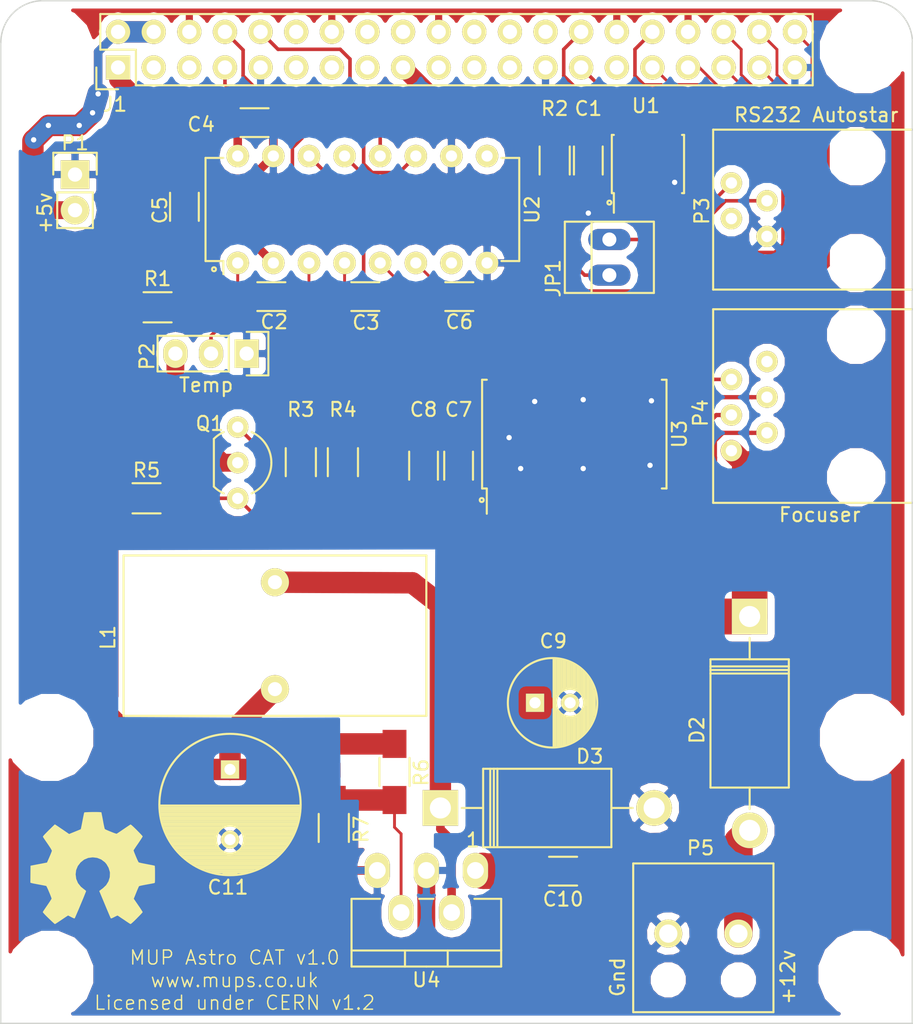
<source format=kicad_pcb>
(kicad_pcb (version 4) (host pcbnew 4.0.2+dfsg1-2~bpo8+1-stable)
  (title_block (title "MUP Astro Hat") (company www.mups.co.uk) (comment 3 "stepper motor control for a 12V unipolar focuser.") (comment 4 "RS232 serial control of an #497 Autostar and"))
  (layers (0 F.Cu signal hide) (31 B.Cu jumper hide) (36 B.SilkS user) (37 F.SilkS user) (38 B.Mask user) (39 F.Mask user hide) (44 Edge.Cuts user))
  (net 0 "")
  (net 1 GND)
  (net 2 +3V3)
  (net 3 "Net-(C2-Pad1)")
  (net 4 "Net-(C2-Pad2)")
  (net 5 "Net-(C3-Pad1)")
  (net 6 "Net-(C3-Pad2)")
  (net 7 "Net-(C5-Pad2)")
  (net 8 "Net-(C6-Pad2)")
  (net 9 +12V)
  (net 10 +5V)
  (net 11 "Net-(D2-Pad2)")
  (net 12 "Net-(D3-Pad1)")
  (net 13 "Net-(J1-Pad3)")
  (net 14 "Net-(J1-Pad5)")
  (net 15 /PI_TX)
  (net 16 /PI_RX)
  (net 17 "Net-(J1-Pad11)")
  (net 18 "Net-(J1-Pad12)")
  (net 19 /~ENABLE)
  (net 20 /SM0)
  (net 21 /SM1)
  (net 22 /DIR)
  (net 23 "Net-(J1-Pad19)")
  (net 24 "Net-(J1-Pad21)")
  (net 25 /STEP)
  (net 26 "Net-(J1-Pad23)")
  (net 27 "Net-(J1-Pad24)")
  (net 28 "Net-(J1-Pad26)")
  (net 29 "Net-(J1-Pad27)")
  (net 30 "Net-(J1-Pad28)")
  (net 31 /1-wire-bus)
  (net 32 /RESET)
  (net 33 /~HOME)
  (net 34 /~FAULT)
  (net 35 "Net-(JP1-Pad1)")
  (net 36 "Net-(JP1-Pad2)")
  (net 37 /Rx)
  (net 38 /Tx)
  (net 39 /OUT3)
  (net 40 /OUT1)
  (net 41 /OUT2)
  (net 42 /OUT4)
  (net 43 "Net-(U1-Pad1)")
  (net 44 "Net-(U1-Pad2)")
  (net 45 "Net-(U1-Pad3)")
  (net 46 "Net-(U2-Pad7)")
  (net 47 "Net-(U2-Pad9)")
  (net 48 "Net-(J1-Pad13)")
  (net 49 "Net-(J1-Pad15)")
  (net 50 "Net-(J1-Pad16)")
  (net 51 "Net-(J1-Pad18)")
  (net 52 "Net-(J1-Pad22)")
  (net 53 "Net-(J1-Pad29)")
  (net 54 "Net-(P3-Pad2)")
  (net 55 "Net-(R6-Pad2)")
  (net 56 "Net-(Q1-Pad3)")
  (module LOGO (layer F.Cu) (at 124.66 116.93)
    (fp_text reference G*** hide)
    (fp_text value LOGO hide)
  )
  (module RPi_Hat:RPi_Hat_Mounting_Hole (layer F.Cu) (at 179.5 123.49)
    (fp_text reference "" hide)
    (fp_text value "" hide)
    (pad "" np_thru_hole circle (at 0 1.01) (size 2.75 2.75) (drill 2.75) (layers *.Cu *.Mask) (clearance 1.725))
  )
  (module RPi_Hat:RPi_Hat_Mounting_Hole (layer F.Cu) (at 121.61 123.49)
    (fp_text reference "" hide)
    (fp_text value "" hide)
    (pad "" np_thru_hole circle (at 0 1.01) (size 2.75 2.75) (drill 2.75) (layers *.Cu *.Mask) (clearance 1.725))
  )
  (module Housings_DIP:DIP-16_W7.62mm (layer F.Cu) (at 135 73.8 90)
    (fp_text reference U2 (at 3.8 21 90) (layer F.SilkS))
    (fp_text value ST3232)
    (pad 1 thru_hole oval (at 0 0 90) (size 1.6 1.6) (drill 0.8) (layers *.Cu *.Mask F.SilkS) (net 3 "Net-(C2-Pad1)"))
    (pad 2 thru_hole oval (at 0 2.54 90) (size 1.6 1.6) (drill 0.8) (layers *.Cu *.Mask F.SilkS) (net 7 "Net-(C5-Pad2)"))
    (pad 3 thru_hole oval (at 0 5.08 90) (size 1.6 1.6) (drill 0.8) (layers *.Cu *.Mask F.SilkS) (net 4 "Net-(C2-Pad2)"))
    (pad 4 thru_hole oval (at 0 7.62 90) (size 1.6 1.6) (drill 0.8) (layers *.Cu *.Mask F.SilkS) (net 5 "Net-(C3-Pad1)"))
    (pad 5 thru_hole oval (at 0 10.16 90) (size 1.6 1.6) (drill 0.8) (layers *.Cu *.Mask F.SilkS) (net 6 "Net-(C3-Pad2)"))
    (pad 6 thru_hole oval (at 0 12.7 90) (size 1.6 1.6) (drill 0.8) (layers *.Cu *.Mask F.SilkS) (net 8 "Net-(C6-Pad2)"))
    (pad 7 thru_hole oval (at 0 15.24 90) (size 1.6 1.6) (drill 0.8) (layers *.Cu *.Mask F.SilkS) (net 46 "Net-(U2-Pad7)"))
    (pad 8 thru_hole oval (at 0 17.78 90) (size 1.6 1.6) (drill 0.8) (layers *.Cu *.Mask F.SilkS) (net 1 GND))
    (pad 9 thru_hole oval (at 7.62 17.78 90) (size 1.6 1.6) (drill 0.8) (layers *.Cu *.Mask F.SilkS) (net 47 "Net-(U2-Pad9)"))
    (pad 10 thru_hole oval (at 7.62 15.24 90) (size 1.6 1.6) (drill 0.8) (layers *.Cu *.Mask F.SilkS) (net 1 GND))
    (pad 11 thru_hole oval (at 7.62 12.7 90) (size 1.6 1.6) (drill 0.8) (layers *.Cu *.Mask F.SilkS) (net 15 /PI_TX))
    (pad 12 thru_hole oval (at 7.62 10.16 90) (size 1.6 1.6) (drill 0.8) (layers *.Cu *.Mask F.SilkS) (net 16 /PI_RX))
    (pad 13 thru_hole oval (at 7.62 7.62 90) (size 1.6 1.6) (drill 0.8) (layers *.Cu *.Mask F.SilkS) (net 37 /Rx))
    (pad 14 thru_hole oval (at 7.62 5.08 90) (size 1.6 1.6) (drill 0.8) (layers *.Cu *.Mask F.SilkS) (net 38 /Tx))
    (pad 15 thru_hole oval (at 7.62 2.54 90) (size 1.6 1.6) (drill 0.8) (layers *.Cu *.Mask F.SilkS) (net 1 GND))
    (pad 16 thru_hole oval (at 7.62 0 90) (size 1.6 1.6) (drill 0.8) (layers *.Cu *.Mask F.SilkS) (net 2 +3V3))
  )
  (module Capacitors_SMD:C_1206_HandSoldering (layer F.Cu) (at 150.75 88.25 90)
    (fp_text reference C7 (at 4 0 180) (layer F.SilkS))
    (fp_text value 0.1uF)
    (pad 1 smd rect (at -2 0 90) (size 2 1.6) (layers F.Cu F.Mask) (net 9 +12V))
    (pad 2 smd rect (at 2 0 90) (size 2 1.6) (layers F.Cu F.Mask) (net 1 GND))
  )
  (module Housings_SOIC:SOIC-20_7.5x12.8mm_Pitch1.27mm (layer F.Cu) (at 159 86 90)
    (fp_text reference U3 (at 0 7.5 90) (layer F.SilkS))
    (fp_text value DRV8805)
    (pad 1 smd rect (at -4.7 -5.715 90) (size 1.95 0.6) (layers F.Cu F.Mask) (net 9 +12V))
    (pad 2 smd rect (at -4.7 -4.445 90) (size 1.95 0.6) (layers F.Cu F.Mask) (net 9 +12V))
    (pad 3 smd rect (at -4.7 -3.175 90) (size 1.95 0.6) (layers F.Cu F.Mask) (net 40 /OUT1))
    (pad 4 smd rect (at -4.7 -1.905 90) (size 1.95 0.6) (layers F.Cu F.Mask) (net 41 /OUT2))
    (pad 5 smd rect (at -4.7 -0.635 90) (size 1.95 0.6) (layers F.Cu F.Mask) (net 1 GND))
    (pad 6 smd rect (at -4.7 0.635 90) (size 1.95 0.6) (layers F.Cu F.Mask) (net 1 GND))
    (pad 7 smd rect (at -4.7 1.905 90) (size 1.95 0.6) (layers F.Cu F.Mask) (net 1 GND))
    (pad 8 smd rect (at -4.7 3.175 90) (size 1.95 0.6) (layers F.Cu F.Mask) (net 39 /OUT3))
    (pad 9 smd rect (at -4.7 4.445 90) (size 1.95 0.6) (layers F.Cu F.Mask) (net 42 /OUT4))
    (pad 10 smd rect (at -4.7 5.715 90) (size 1.95 0.6) (layers F.Cu F.Mask) (net 19 /~ENABLE))
    (pad 11 smd rect (at 4.7 5.715 90) (size 1.95 0.6) (layers F.Cu F.Mask) (net 32 /RESET))
    (pad 12 smd rect (at 4.7 4.445 90) (size 1.95 0.6) (layers F.Cu F.Mask) (net 21 /SM1))
    (pad 13 smd rect (at 4.7 3.175 90) (size 1.95 0.6) (layers F.Cu F.Mask) (net 20 /SM0))
    (pad 14 smd rect (at 4.7 1.905 90) (size 1.95 0.6) (layers F.Cu F.Mask) (net 1 GND))
    (pad 15 smd rect (at 4.7 0.635 90) (size 1.95 0.6) (layers F.Cu F.Mask) (net 1 GND))
    (pad 16 smd rect (at 4.7 -0.635 90) (size 1.95 0.6) (layers F.Cu F.Mask) (net 1 GND))
    (pad 17 smd rect (at 4.7 -1.905 90) (size 1.95 0.6) (layers F.Cu F.Mask) (net 22 /DIR))
    (pad 18 smd rect (at 4.7 -3.175 90) (size 1.95 0.6) (layers F.Cu F.Mask) (net 25 /STEP))
    (pad 19 smd rect (at 4.7 -4.445 90) (size 1.95 0.6) (layers F.Cu F.Mask) (net 56 "Net-(Q1-Pad3)"))
    (pad 20 smd rect (at 4.7 -5.715 90) (size 1.95 0.6) (layers F.Cu F.Mask) (net 34 /~FAULT))
  )
  (module Capacitors_SMD:C_1206_HandSoldering (layer F.Cu) (at 160 66.5 90)
    (fp_text reference C1 (at 3.7 0 180) (layer F.SilkS))
    (fp_text value 0.1uF)
    (pad 1 smd rect (at -2 0 90) (size 2 1.6) (layers F.Cu F.Mask) (net 1 GND))
    (pad 2 smd rect (at 2 0 90) (size 2 1.6) (layers F.Cu F.Mask) (net 2 +3V3))
  )
  (module Capacitors_ThroughHole:C_Radial_D10_L16_P5 (layer F.Cu) (at 134.45 109.9 270)
    (fp_text reference C11 (at 8.4 0.15 360) (layer F.SilkS))
    (fp_text value 1000uF)
    (pad 1 thru_hole rect (at 0 0 270) (size 1.3 1.3) (drill 0.8) (layers *.Cu *.Mask F.SilkS) (net 10 +5V))
    (pad 2 thru_hole circle (at 5 0 270) (size 1.3 1.3) (drill 0.8) (layers *.Cu *.Mask F.SilkS) (net 1 GND))
  )
  (module Capacitors_ThroughHole:C_Radial_D6.3_L11.2_P2.5 (layer F.Cu) (at 156.2 105.15)
    (fp_text reference C9 (at 1.3 -4.4 180) (layer F.SilkS))
    (fp_text value 100uF)
    (pad 2 thru_hole circle (at 2.5 0) (size 1.3 1.3) (drill 0.8) (layers *.Cu *.Mask F.SilkS) (net 1 GND))
    (pad 1 thru_hole rect (at 0 0) (size 1.3 1.3) (drill 0.8) (layers *.Cu *.Mask F.SilkS) (net 9 +12V))
  )
  (module TO_SOT_Packages_THT:Pentawatt_Neutral_Staggered_Verical_TO220-5-T05D (layer F.Cu) (at 148.45 120.9 180)
    (fp_text reference U4 (at 0 -4 180) (layer F.SilkS))
    (fp_text value LM2576)
    (fp_text user 1 (at -3.315 5.965 180) (layer F.SilkS))
    (pad 3 thru_hole oval (at 0 3.79984 270) (size 2.49936 1.80086) (drill 1.19888) (layers *.Cu *.Mask F.SilkS) (net 1 GND))
    (pad 1 thru_hole oval (at -3.50012 3.79984 270) (size 2.49936 1.80086) (drill 1.19888) (layers *.Cu *.Mask F.SilkS) (net 9 +12V))
    (pad 5 thru_hole oval (at 3.50012 3.79984 270) (size 2.49936 1.80086) (drill 1.19888) (layers *.Cu *.Mask F.SilkS) (net 1 GND))
    (pad 4 thru_hole oval (at 1.80086 0.8001 270) (size 2.49936 1.80086) (drill 1.19888) (layers *.Cu *.Mask F.SilkS) (net 55 "Net-(R6-Pad2)"))
    (pad 2 thru_hole oval (at -1.80086 0.8001 270) (size 2.49936 1.80086) (drill 1.19888) (layers *.Cu *.Mask F.SilkS) (net 12 "Net-(D3-Pad1)"))
  )
  (module RPi_Hat:RPi_Hat_Mounting_Hole (layer F.Cu) (at 179.61 107.61)
    (fp_text reference "" hide)
    (fp_text value "" hide)
    (pad "" np_thru_hole circle (at 0 0) (size 2.75 2.75) (drill 2.75) (layers *.Cu *.Mask) (clearance 1.725))
  )
  (module RPi_Hat:RPi_Hat_Mounting_Hole (layer F.Cu) (at 179.61 58.61)
    (fp_text reference "" hide)
    (fp_text value "" hide)
    (pad "" np_thru_hole circle (at 0 0) (size 2.75 2.75) (drill 2.75) (layers *.Cu *.Mask) (clearance 1.725))
  )
  (module RPi_Hat:RPi_Hat_Mounting_Hole (layer F.Cu) (at 121.61 106.61)
    (fp_text reference "" hide)
    (fp_text value "" hide)
    (pad "" np_thru_hole circle (at 0 1.01) (size 2.75 2.75) (drill 2.75) (layers *.Cu *.Mask) (clearance 1.725))
  )
  (module RPi_Hat:RPi_Hat_Mounting_Hole (layer F.Cu) (at 121.61 58.61)
    (fp_text reference "" hide)
    (fp_text value "" hide)
    (pad "" np_thru_hole circle (at 0 0) (size 2.75 2.75) (drill 2.75) (layers *.Cu *.Mask) (clearance 1.725))
  )
  (module Capacitors_SMD:C_1206_HandSoldering (layer F.Cu) (at 137.4 76.2)
    (fp_text reference C2 (at 0.2 1.8) (layer F.SilkS))
    (fp_text value 0.1uF)
    (pad 1 smd rect (at -2 0) (size 2 1.6) (layers F.Cu F.Mask) (net 3 "Net-(C2-Pad1)"))
    (pad 2 smd rect (at 2 0) (size 2 1.6) (layers F.Cu F.Mask) (net 4 "Net-(C2-Pad2)"))
  )
  (module Capacitors_SMD:C_1206_HandSoldering (layer F.Cu) (at 144.1 76.2)
    (fp_text reference C3 (at 0.05 1.85) (layer F.SilkS))
    (fp_text value 0.1uF)
    (pad 1 smd rect (at -2 0) (size 2 1.6) (layers F.Cu F.Mask) (net 5 "Net-(C3-Pad1)"))
    (pad 2 smd rect (at 2 0) (size 2 1.6) (layers F.Cu F.Mask) (net 6 "Net-(C3-Pad2)"))
  )
  (module Capacitors_SMD:C_1206_HandSoldering (layer F.Cu) (at 136.2 63.8 180)
    (fp_text reference C4 (at 3.81 -0.127 360) (layer F.SilkS))
    (fp_text value 0.1uF)
    (pad 1 smd rect (at -2 0 180) (size 2 1.6) (layers F.Cu F.Mask) (net 1 GND))
    (pad 2 smd rect (at 2 0 180) (size 2 1.6) (layers F.Cu F.Mask) (net 2 +3V3))
  )
  (module Capacitors_SMD:C_1206_HandSoldering (layer F.Cu) (at 131.2 69.8 270)
    (fp_text reference C5 (at 0.25 1.75 450) (layer F.SilkS))
    (fp_text value 0.1uF)
    (pad 1 smd rect (at -2 0 270) (size 2 1.6) (layers F.Cu F.Mask) (net 1 GND))
    (pad 2 smd rect (at 2 0 270) (size 2 1.6) (layers F.Cu F.Mask) (net 7 "Net-(C5-Pad2)"))
  )
  (module Capacitors_SMD:C_1206_HandSoldering (layer F.Cu) (at 150.8 76.2 180)
    (fp_text reference C6 (at 0 -1.8 180) (layer F.SilkS))
    (fp_text value 0.1uF)
    (pad 1 smd rect (at -2 0 180) (size 2 1.6) (layers F.Cu F.Mask) (net 1 GND))
    (pad 2 smd rect (at 2 0 180) (size 2 1.6) (layers F.Cu F.Mask) (net 8 "Net-(C6-Pad2)"))
  )
  (module Capacitors_SMD:C_1206_HandSoldering (layer F.Cu) (at 148.25 88.25 90)
    (fp_text reference C8 (at 4 0 180) (layer F.SilkS))
    (fp_text value 100uF)
    (pad 1 smd rect (at -2 0 90) (size 2 1.6) (layers F.Cu F.Mask) (net 9 +12V))
    (pad 2 smd rect (at 2 0 90) (size 2 1.6) (layers F.Cu F.Mask) (net 1 GND))
  )
  (module Connect:PINHEAD1-2 (layer F.Cu) (at 161.5 73.4 90)
    (fp_text reference JP1 (at -1.5 -4 270) (layer F.SilkS))
    (fp_text value Jumper_NO_Small)
    (pad 1 thru_hole oval (at -1.27 0 90) (size 1.50622 3.01498) (drill 0.99822) (layers *.Cu *.Mask) (net 35 "Net-(JP1-Pad1)"))
    (pad 2 thru_hole oval (at 1.27 0 90) (size 1.50622 3.01498) (drill 0.99822) (layers *.Cu *.Mask) (net 36 "Net-(JP1-Pad2)"))
  )
  (module mups_assorted:Choke_Toroid_8x16mm_Vertical (layer F.Cu) (at 148.45 94.65 180)
    (fp_text reference L1 (at 22.7 -5.85 270) (layer F.SilkS))
    (fp_text value 100uH)
    (pad 1 thru_hole circle (at 10.795 -1.905 180) (size 1.99898 1.99898) (drill 1.00076) (layers *.Cu *.Mask F.SilkS) (net 12 "Net-(D3-Pad1)"))
    (pad 2 thru_hole circle (at 10.795 -9.525 180) (size 1.99898 1.99898) (drill 1.00076) (layers *.Cu *.Mask F.SilkS) (net 10 +5V))
  )
  (module Pin_Headers:Pin_Header_Straight_1x02 (layer F.Cu) (at 123.4 67.5)
    (fp_text reference P1 (at 0 -2.25) (layer F.SilkS))
    (fp_text value "5V Reticle")
    (pad 1 thru_hole rect (at 0 0) (size 2.032 2.032) (drill 1.016) (layers *.Cu *.Mask F.SilkS) (net 1 GND))
    (pad 2 thru_hole oval (at 0 2.54) (size 2.032 2.032) (drill 1.016) (layers *.Cu *.Mask F.SilkS) (net 10 +5V))
  )
  (module Pin_Headers:Pin_Header_Straight_1x03 (layer F.Cu) (at 135.636 80.264 270)
    (fp_text reference P2 (at 0.2 7.1 270) (layer F.SilkS))
    (fp_text value DS18B20)
    (pad 1 thru_hole rect (at 0 0 270) (size 2.032 1.7272) (drill 1.016) (layers *.Cu *.Mask F.SilkS) (net 1 GND))
    (pad 2 thru_hole oval (at 0 2.54 270) (size 2.032 1.7272) (drill 1.016) (layers *.Cu *.Mask F.SilkS) (net 31 /1-wire-bus))
    (pad 3 thru_hole oval (at 0 5.08 270) (size 2.032 1.7272) (drill 1.016) (layers *.Cu *.Mask F.SilkS) (net 2 +3V3))
  )
  (module TO_SOT_Packages_THT:TO-92_Inline_Wide (layer F.Cu) (at 135 85.5 270)
    (fp_text reference Q1 (at -0.25 2 540) (layer F.SilkS))
    (fp_text value 2N7000)
    (pad 2 thru_hole circle (at 2.54 0) (size 1.524 1.524) (drill 0.8) (layers *.Cu *.Mask F.SilkS) (net 2 +3V3))
    (pad 3 thru_hole circle (at 5.08 0) (size 1.524 1.524) (drill 0.8) (layers *.Cu *.Mask F.SilkS) (net 56 "Net-(Q1-Pad3)"))
    (pad 1 thru_hole circle (at 0 0) (size 1.524 1.524) (drill 0.8) (layers *.Cu *.Mask F.SilkS) (net 33 /~HOME))
  )
  (module Resistors_SMD:R_1206_HandSoldering (layer F.Cu) (at 129.286 76.962)
    (fp_text reference R1 (at 0 -2.032) (layer F.SilkS))
    (fp_text value 4k7)
    (pad 1 smd rect (at -2 0) (size 2 1.7) (layers F.Cu F.Mask) (net 2 +3V3))
    (pad 2 smd rect (at 2 0) (size 2 1.7) (layers F.Cu F.Mask) (net 31 /1-wire-bus))
  )
  (module Resistors_SMD:R_1206_HandSoldering (layer F.Cu) (at 157.6 66.5 270)
    (fp_text reference R2 (at -3.7 0 360) (layer F.SilkS))
    (fp_text value 10k)
    (pad 1 smd rect (at -2 0 270) (size 2 1.7) (layers F.Cu F.Mask) (net 2 +3V3))
    (pad 2 smd rect (at 2 0 270) (size 2 1.7) (layers F.Cu F.Mask) (net 35 "Net-(JP1-Pad1)"))
  )
  (module Resistors_SMD:R_1206_HandSoldering (layer F.Cu) (at 139.5 88 270)
    (fp_text reference R3 (at -3.75 0 360) (layer F.SilkS))
    (fp_text value 10k)
    (pad 1 smd rect (at -2 0 270) (size 2 1.7) (layers F.Cu F.Mask) (net 2 +3V3))
    (pad 2 smd rect (at 2 0 270) (size 2 1.7) (layers F.Cu F.Mask) (net 33 /~HOME))
  )
  (module Resistors_SMD:R_1206_HandSoldering (layer F.Cu) (at 142.5 88 90)
    (fp_text reference R4 (at 3.75 0 180) (layer F.SilkS))
    (fp_text value 10k)
    (pad 1 smd rect (at -2 0 90) (size 2 1.7) (layers F.Cu F.Mask) (net 34 /~FAULT))
    (pad 2 smd rect (at 2 0 90) (size 2 1.7) (layers F.Cu F.Mask) (net 2 +3V3))
  )
  (module Resistors_SMD:R_1206_HandSoldering (layer F.Cu) (at 128.5 90.575)
    (fp_text reference R5 (at 0 -2) (layer F.SilkS))
    (fp_text value 10k)
    (pad 1 smd rect (at -2 0) (size 2 1.7) (layers F.Cu F.Mask) (net 10 +5V))
    (pad 2 smd rect (at 2 0) (size 2 1.7) (layers F.Cu F.Mask) (net 56 "Net-(Q1-Pad3)"))
  )
  (module Resistors_SMD:R_1206_HandSoldering (layer F.Cu) (at 146.18 110.08 270)
    (fp_text reference R6 (at 0.04 -1.91 450) (layer F.SilkS))
    (fp_text value 3k1)
    (pad 1 smd rect (at -2 0 270) (size 2 1.7) (layers F.Cu F.Mask) (net 10 +5V))
    (pad 2 smd rect (at 2 0 270) (size 2 1.7) (layers F.Cu F.Mask) (net 55 "Net-(R6-Pad2)"))
  )
  (module Resistors_SMD:R_1206_HandSoldering (layer F.Cu) (at 141.85 114.07 270)
    (fp_text reference R7 (at 0.1 -1.95 270) (layer F.SilkS))
    (fp_text value 1k)
    (pad 1 smd rect (at -2 0 270) (size 2 1.7) (layers F.Cu F.Mask) (net 55 "Net-(R6-Pad2)"))
    (pad 2 smd rect (at 2 0 270) (size 2 1.7) (layers F.Cu F.Mask) (net 1 GND))
  )
  (module Housings_SOIC:SOIC-8_3.9x4.9mm_Pitch1.27mm (layer F.Cu) (at 164.25 66.75 90)
    (fp_text reference U1 (at 4.15 -0.15 180) (layer F.SilkS))
    (fp_text value 24C32)
    (pad 1 smd rect (at -2.7 -1.905 90) (size 1.55 0.6) (layers F.Cu F.Mask) (net 43 "Net-(U1-Pad1)"))
    (pad 2 smd rect (at -2.7 -0.635 90) (size 1.55 0.6) (layers F.Cu F.Mask) (net 44 "Net-(U1-Pad2)"))
    (pad 3 smd rect (at -2.7 0.635 90) (size 1.55 0.6) (layers F.Cu F.Mask) (net 45 "Net-(U1-Pad3)"))
    (pad 4 smd rect (at -2.7 1.905 90) (size 1.55 0.6) (layers F.Cu F.Mask) (net 1 GND))
    (pad 5 smd rect (at 2.7 1.905 90) (size 1.55 0.6) (layers F.Cu F.Mask) (net 29 "Net-(J1-Pad27)"))
    (pad 6 smd rect (at 2.7 0.635 90) (size 1.55 0.6) (layers F.Cu F.Mask) (net 30 "Net-(J1-Pad28)"))
    (pad 7 smd rect (at 2.7 -0.635 90) (size 1.55 0.6) (layers F.Cu F.Mask) (net 36 "Net-(JP1-Pad2)"))
    (pad 8 smd rect (at 2.7 -1.905 90) (size 1.55 0.6) (layers F.Cu F.Mask) (net 2 +3V3))
  )
  (module mups_connect:PI_Pin_Header_Straight_2x20 (layer F.Cu) (at 126.5 59.9 90)
    (fp_text reference J1 (at -2.6 -0.25 360) (layer F.SilkS))
    (fp_text value RPi_GPIO)
    (pad 1 thru_hole rect (at 0.03 -0.03 90) (size 1.7272 1.7272) (drill 1.016) (layers *.Cu *.Mask F.SilkS) (net 2 +3V3) (clearance 0.254))
    (pad 2 thru_hole oval (at 2.57 -0.03 90) (size 1.7272 1.7272) (drill 1.016) (layers *.Cu *.Mask F.SilkS) (net 10 +5V))
    (pad 3 thru_hole oval (at 0.03 2.51 90) (size 1.7272 1.7272) (drill 1.016) (layers *.Cu *.Mask F.SilkS) (net 13 "Net-(J1-Pad3)"))
    (pad 4 thru_hole oval (at 2.57 2.51 90) (size 1.7272 1.7272) (drill 1.016) (layers *.Cu *.Mask F.SilkS) (net 10 +5V))
    (pad 5 thru_hole oval (at 0.03 5.05 90) (size 1.7272 1.7272) (drill 1.016) (layers *.Cu *.Mask F.SilkS) (net 14 "Net-(J1-Pad5)"))
    (pad 6 thru_hole oval (at 2.57 5.05 90) (size 1.7272 1.7272) (drill 1.016) (layers *.Cu *.Mask F.SilkS) (net 1 GND))
    (pad 7 thru_hole oval (at 0.03 7.59 90) (size 1.7272 1.7272) (drill 1.016) (layers *.Cu *.Mask F.SilkS) (net 31 /1-wire-bus))
    (pad 8 thru_hole oval (at 2.57 7.59 90) (size 1.7272 1.7272) (drill 1.016) (layers *.Cu *.Mask F.SilkS) (net 15 /PI_TX))
    (pad 9 thru_hole oval (at 0.03 10.13 90) (size 1.7272 1.7272) (drill 1.016) (layers *.Cu *.Mask F.SilkS) (net 1 GND))
    (pad 10 thru_hole oval (at 2.57 10.13 90) (size 1.7272 1.7272) (drill 1.016) (layers *.Cu *.Mask F.SilkS) (net 16 /PI_RX))
    (pad 11 thru_hole oval (at 0.03 12.67 90) (size 1.7272 1.7272) (drill 1.016) (layers *.Cu *.Mask F.SilkS) (net 17 "Net-(J1-Pad11)"))
    (pad 12 thru_hole oval (at 2.57 12.67 90) (size 1.7272 1.7272) (drill 1.016) (layers *.Cu *.Mask F.SilkS) (net 18 "Net-(J1-Pad12)"))
    (pad 13 thru_hole oval (at 0.03 15.21 90) (size 1.7272 1.7272) (drill 1.016) (layers *.Cu *.Mask F.SilkS) (net 48 "Net-(J1-Pad13)"))
    (pad 14 thru_hole oval (at 2.57 15.21 90) (size 1.7272 1.7272) (drill 1.016) (layers *.Cu *.Mask F.SilkS) (net 1 GND))
    (pad 15 thru_hole oval (at 0.03 17.75 90) (size 1.7272 1.7272) (drill 1.016) (layers *.Cu *.Mask F.SilkS) (net 49 "Net-(J1-Pad15)"))
    (pad 16 thru_hole oval (at 2.57 17.75 90) (size 1.7272 1.7272) (drill 1.016) (layers *.Cu *.Mask F.SilkS) (net 50 "Net-(J1-Pad16)"))
    (pad 17 thru_hole oval (at 0.03 20.29 90) (size 1.7272 1.7272) (drill 1.016) (layers *.Cu *.Mask F.SilkS) (net 2 +3V3))
    (pad 18 thru_hole oval (at 2.57 20.29 90) (size 1.7272 1.7272) (drill 1.016) (layers *.Cu *.Mask F.SilkS) (net 51 "Net-(J1-Pad18)"))
    (pad 19 thru_hole oval (at 0.03 22.83 90) (size 1.7272 1.7272) (drill 1.016) (layers *.Cu *.Mask F.SilkS) (net 23 "Net-(J1-Pad19)"))
    (pad 20 thru_hole oval (at 2.57 22.83 90) (size 1.7272 1.7272) (drill 1.016) (layers *.Cu *.Mask F.SilkS) (net 1 GND))
    (pad 21 thru_hole oval (at 0.03 25.37 90) (size 1.7272 1.7272) (drill 1.016) (layers *.Cu *.Mask F.SilkS) (net 24 "Net-(J1-Pad21)"))
    (pad 22 thru_hole oval (at 2.57 25.37 90) (size 1.7272 1.7272) (drill 1.016) (layers *.Cu *.Mask F.SilkS) (net 52 "Net-(J1-Pad22)"))
    (pad 23 thru_hole oval (at 0.03 27.91 90) (size 1.7272 1.7272) (drill 1.016) (layers *.Cu *.Mask F.SilkS) (net 26 "Net-(J1-Pad23)"))
    (pad 24 thru_hole oval (at 2.57 27.91 90) (size 1.7272 1.7272) (drill 1.016) (layers *.Cu *.Mask F.SilkS) (net 27 "Net-(J1-Pad24)"))
    (pad 25 thru_hole oval (at 0.03 30.45 90) (size 1.7272 1.7272) (drill 1.016) (layers *.Cu *.Mask F.SilkS) (net 1 GND))
    (pad 26 thru_hole oval (at 2.57 30.45 90) (size 1.7272 1.7272) (drill 1.016) (layers *.Cu *.Mask F.SilkS) (net 28 "Net-(J1-Pad26)"))
    (pad 27 thru_hole oval (at 0.03 32.99 90) (size 1.7272 1.7272) (drill 1.016) (layers *.Cu *.Mask F.SilkS) (net 29 "Net-(J1-Pad27)"))
    (pad 28 thru_hole oval (at 2.57 32.99 90) (size 1.7272 1.7272) (drill 1.016) (layers *.Cu *.Mask F.SilkS) (net 30 "Net-(J1-Pad28)"))
    (pad 29 thru_hole oval (at 0.03 35.53 90) (size 1.7272 1.7272) (drill 1.016) (layers *.Cu *.Mask F.SilkS) (net 53 "Net-(J1-Pad29)"))
    (pad 30 thru_hole oval (at 2.57 35.53 90) (size 1.7272 1.7272) (drill 1.016) (layers *.Cu *.Mask F.SilkS) (net 1 GND))
    (pad 31 thru_hole oval (at 0.03 38.07 90) (size 1.7272 1.7272) (drill 1.016) (layers *.Cu *.Mask F.SilkS) (net 34 /~FAULT))
    (pad 32 thru_hole oval (at 2.57 38.07 90) (size 1.7272 1.7272) (drill 1.016) (layers *.Cu *.Mask F.SilkS) (net 33 /~HOME))
    (pad 33 thru_hole oval (at 0.03 40.61 90) (size 1.7272 1.7272) (drill 1.016) (layers *.Cu *.Mask F.SilkS) (net 25 /STEP))
    (pad 34 thru_hole oval (at 2.57 40.61 90) (size 1.7272 1.7272) (drill 1.016) (layers *.Cu *.Mask F.SilkS) (net 1 GND))
    (pad 35 thru_hole oval (at 0.03 43.15 90) (size 1.7272 1.7272) (drill 1.016) (layers *.Cu *.Mask F.SilkS) (net 22 /DIR))
    (pad 36 thru_hole oval (at 2.57 43.15 90) (size 1.7272 1.7272) (drill 1.016) (layers *.Cu *.Mask F.SilkS) (net 20 /SM0))
    (pad 37 thru_hole oval (at 0.03 45.69 90) (size 1.7272 1.7272) (drill 1.016) (layers *.Cu *.Mask F.SilkS) (net 21 /SM1))
    (pad 38 thru_hole oval (at 2.57 45.69 90) (size 1.7272 1.7272) (drill 1.016) (layers *.Cu *.Mask F.SilkS) (net 32 /RESET))
    (pad 39 thru_hole oval (at 0.03 48.23 90) (size 1.7272 1.7272) (drill 1.016) (layers *.Cu *.Mask F.SilkS) (net 1 GND))
    (pad 40 thru_hole oval (at 2.57 48.23 90) (size 1.7272 1.7272) (drill 1.016) (layers *.Cu *.Mask F.SilkS) (net 19 /~ENABLE))
  )
  (module Capacitors_SMD:C_1206_HandSoldering (layer F.Cu) (at 158.2 117.15)
    (fp_text reference C10 (at 0 2 180) (layer F.SilkS))
    (fp_text value 0.1uF)
    (pad 1 smd rect (at -2 0) (size 2 1.6) (layers F.Cu F.Mask) (net 9 +12V))
    (pad 2 smd rect (at 2 0) (size 2 1.6) (layers F.Cu F.Mask) (net 1 GND))
  )
  (module mups_connect:6P6C (layer F.Cu) (at 187 84 90)
    (fp_text reference P4 (at -0.5 -19 90) (layer F.SilkS))
    (fp_text value "Focuser Motor")
    (pad 3 thru_hole circle (at -0.64 -16.8 270) (size 1.524 1.524) (drill 0.8128) (layers *.Cu *.Mask F.SilkS) (net 41 /OUT2))
    (pad 5 thru_hole circle (at 1.9 -16.8 270) (size 1.524 1.524) (drill 0.8128) (layers *.Cu *.Mask F.SilkS) (net 42 /OUT4))
    (pad 1 thru_hole circle (at -3.18 -16.8 270) (size 1.524 1.524) (drill 0.8128) (layers *.Cu *.Mask F.SilkS) (net 9 +12V))
    (pad 6 thru_hole circle (at 3.17 -14.26 270) (size 1.524 1.524) (drill 0.8128) (layers *.Cu *.Mask F.SilkS))
    (pad 4 thru_hole circle (at 0.63 -14.26 270) (size 1.524 1.524) (drill 0.8128) (layers *.Cu *.Mask F.SilkS) (net 39 /OUT3))
    (pad 2 thru_hole circle (at -1.91 -14.26 270) (size 1.524 1.524) (drill 0.8128) (layers *.Cu *.Mask F.SilkS) (net 40 /OUT1))
    (pad "" np_thru_hole circle (at -5.08 -7.9 270) (size 3.15 3.15) (drill 3.15) (layers *.Cu))
    (pad "" np_thru_hole circle (at 5.08 -7.9 270) (size 3.15 3.15) (drill 3.15) (layers *.Cu))
  )
  (module mups_connect:Terminal_Block_5mm_2 (layer F.Cu) (at 168.2 124.9)
    (fp_text reference P5 (at -0.2 -9.4) (layer F.SilkS))
    (fp_text value "12V In")
    (pad 1 thru_hole circle (at -2.5 -3.3) (size 2 2) (drill 1.3) (layers *.Cu *.Mask F.SilkS) (net 1 GND))
    (pad 2 thru_hole circle (at 2.5 -3.3) (size 2 2) (drill 1.3) (layers *.Cu *.Mask F.SilkS) (net 11 "Net-(D2-Pad2)"))
    (pad "" np_thru_hole circle (at -2.5 0) (size 1.5 1.5) (drill 1.5) (layers *.Cu))
    (pad "" np_thru_hole circle (at 2.5 0) (size 1.5 1.5) (drill 1.5) (layers *.Cu))
  )
  (module mups_connect:4P4C (layer F.Cu) (at 187 70 90)
    (fp_text reference P3 (at -0.1 -18.9 90) (layer F.SilkS))
    (fp_text value "LX90 HBX")
    (pad 3 thru_hole circle (at 0.63 -14.26 90) (size 1.524 1.524) (drill 0.8128) (layers *.Cu *.Mask F.SilkS) (net 38 /Tx))
    (pad 1 thru_hole circle (at -1.91 -14.26 90) (size 1.524 1.524) (drill 0.8128) (layers *.Cu *.Mask F.SilkS) (net 1 GND))
    (pad 2 thru_hole circle (at -0.64 -16.8 90) (size 1.524 1.524) (drill 0.8128) (layers *.Cu *.Mask F.SilkS) (net 54 "Net-(P3-Pad2)"))
    (pad 4 thru_hole circle (at 1.9 -16.8 90) (size 1.524 1.524) (drill 0.8128) (layers *.Cu *.Mask F.SilkS) (net 37 /Rx))
    (pad "" np_thru_hole circle (at 3.81 -7.9 90) (size 3.15 3.15) (drill 3.15) (layers *.Cu))
    (pad "" np_thru_hole circle (at -3.81 -7.9 90) (size 3.15 3.15) (drill 3.15) (layers *.Cu))
  )
  (module Diodes_ThroughHole:Diode_DO-201AD_Horizontal_RM15 (layer F.Cu) (at 171.5 99 270)
    (fp_text reference D2 (at 8.1 3.75 270) (layer F.SilkS))
    (fp_text value 1N5822)
    (pad 2 thru_hole circle (at 15.24122 -0.00296 90) (size 2.54 2.54) (drill 1.50114) (layers *.Cu *.Mask F.SilkS) (net 11 "Net-(D2-Pad2)"))
    (pad 1 thru_hole rect (at 0.00122 -0.00296 90) (size 2.54 2.54) (drill 1.50114) (layers *.Cu *.Mask F.SilkS) (net 9 +12V))
  )
  (module Diodes_ThroughHole:Diode_DO-201AD_Horizontal_RM15 (layer F.Cu) (at 149.45 112.65)
    (fp_text reference D3 (at 10.65 -3.68) (layer F.SilkS))
    (fp_text value 1N5822)
    (pad 2 thru_hole circle (at 15.24122 -0.00296 180) (size 2.54 2.54) (drill 1.50114) (layers *.Cu *.Mask F.SilkS) (net 1 GND))
    (pad 1 thru_hole rect (at 0.00122 -0.00296 180) (size 2.54 2.54) (drill 1.50114) (layers *.Cu *.Mask F.SilkS) (net 12 "Net-(D3-Pad1)"))
  )
  (gr_text Gnd (at 162.08 124.7 90) (layer F.SilkS) (effects (font (size 1 1))))
  (gr_text +12v (at 174.23 124.7 90) (layer F.SilkS) (effects (font (size 1 1))))
  (gr_text Temp (at 132.75 82.5) (layer F.SilkS) (effects (font (size 1 1))))
  (gr_text +5v (at 121.25 70.25 90) (layer F.SilkS) (effects (font (size 1 1))))
  (gr_text "RS232 Autostar" (at 176.25 63.25) (layer F.SilkS) (effects (font (size 1 1))))
  (gr_text Focuser (at 176.5 91.75) (layer F.SilkS) (effects (font (size 1 1))))
  (gr_text "MUP Astro CAT v1.0\nwww.mups.co.uk\nLicensed under CERN v1.2" (at 134.78 124.92) (layer F.SilkS) (effects (font (size 1 1) (thickness 0.1))))
  (gr_circle (center 152.4 90.7) (end 152.441421 90.75) (layer F.SilkS) (width 0.15))
  (gr_circle (center 161.5 69.5) (end 161.541421 69.55) (layer F.SilkS) (width 0.15))
  (gr_circle (center 133.308579 74.25) (end 133.35 74.3) (layer F.SilkS) (width 0.15))
  (gr_line (start 183.1 58.1) (end 183.1 128) (angle 90) (layer Edge.Cuts) (width 0.1))
  (gr_line (start 118.1 73.7) (end 118.1 128) (angle 90) (layer Edge.Cuts) (width 0.1))
  (gr_line (start 118.1 58.1) (end 118.1 73.7) (angle 90) (layer Edge.Cuts) (width 0.1))
  (gr_line (start 183.1 128) (end 118.1 128) (angle 90) (layer Edge.Cuts) (width 0.1))
  (gr_arc (start 180.11 58.11) (end 180.11 55.11) (angle 90) (layer Edge.Cuts) (width 0.1))
  (gr_line (start 121.11 55.11) (end 180.11 55.11) (angle 90) (layer Edge.Cuts) (width 0.1))
  (gr_arc (start 121.11 58.11) (end 118.11 58.11) (angle 90) (layer Edge.Cuts) (width 0.1))
  (segment (start 148.45 119.11) (end 148.45 121.9) (width 1.27) (layer F.Cu) (net 1))
  (segment (start 148.45 117.10016) (end 148.45 119.11) (width 1.27) (layer F.Cu) (net 1))
  (segment (start 148.45 119.11) (end 148.46142 119.12142) (width 1.27) (layer F.Cu) (net 1))
  (segment (start 144.94988 117.10016) (end 142.88016 117.10016) (width 0.6096) (layer F.Cu) (net 1))
  (segment (start 142.88016 117.10016) (end 141.85 116.07) (width 0.6096) (layer F.Cu) (net 1))
  (segment (start 154.35 86.25) (end 154.35 85.5) (width 1.27) (layer F.Cu) (net 1))
  (segment (start 154.35 85.5) (end 156.175 83.675) (width 1.27) (layer F.Cu) (net 1))
  (via (at 156.175 83.675) (size 0.762) (drill 0.381) (layers F.Cu B.Cu) (net 1))
  (segment (start 159.635 88.455) (end 155.175 88.455) (width 1.27) (layer F.Cu) (net 1))
  (segment (start 155.175 88.455) (end 154.48 88.455) (width 1.27) (layer F.Cu) (net 1))
  (via (at 155.175 88.455) (size 0.762) (drill 0.381) (layers F.Cu B.Cu) (net 1))
  (segment (start 164.4 88.225) (end 159.865 88.225) (width 1.27) (layer B.Cu) (net 1))
  (segment (start 159.865 88.225) (end 159.635 88.455) (width 1.27) (layer B.Cu) (net 1))
  (segment (start 164.5 83.625) (end 164.5 88.125) (width 1.27) (layer F.Cu) (net 1))
  (segment (start 164.5 88.125) (end 164.4 88.225) (width 1.27) (layer F.Cu) (net 1))
  (via (at 164.4 88.225) (size 0.762) (drill 0.381) (layers F.Cu B.Cu) (net 1))
  (segment (start 159.635 83.545) (end 164.42 83.545) (width 1.27) (layer B.Cu) (net 1))
  (segment (start 164.42 83.545) (end 164.5 83.625) (width 1.27) (layer B.Cu) (net 1))
  (via (at 164.5 83.625) (size 0.762) (drill 0.381) (layers F.Cu B.Cu) (net 1))
  (via (at 159.635 83.545) (size 0.762) (drill 0.381) (layers F.Cu B.Cu) (net 1))
  (segment (start 159.635 81.3) (end 159.635 83.545) (width 1.27) (layer F.Cu) (net 1))
  (segment (start 159.635 83.545) (end 159.65 83.56) (width 1.27) (layer F.Cu) (net 1))
  (via (at 159.635 88.455) (size 0.762) (drill 0.381) (layers F.Cu B.Cu) (net 1))
  (segment (start 159.635 90.7) (end 159.635 88.455) (width 1.27) (layer F.Cu) (net 1))
  (segment (start 159.635 88.455) (end 159.64 88.45) (width 1.27) (layer F.Cu) (net 1))
  (via (at 154.35 86.25) (size 0.762) (drill 0.381) (layers F.Cu B.Cu) (net 1))
  (segment (start 150.75 86.25) (end 154.35 86.25) (width 1.27) (layer F.Cu) (net 1))
  (segment (start 148.25 86.25) (end 150.75 86.25) (width 1.27) (layer F.Cu) (net 1))
  (segment (start 160 68.5) (end 160 70.25) (width 0.6096) (layer F.Cu) (net 1))
  (via (at 160 70.25) (size 0.762) (drill 0.381) (layers F.Cu B.Cu) (net 1))
  (via (at 166.155 68.055) (size 0.762) (drill 0.381) (layers F.Cu B.Cu) (net 1))
  (segment (start 166.155 69.45) (end 166.155 68.055) (width 0.6096) (layer F.Cu) (net 1))
  (segment (start 131.2 67.8) (end 135.92 67.8) (width 0.6096) (layer F.Cu) (net 1))
  (segment (start 135.92 67.8) (end 137.54 66.18) (width 0.6096) (layer F.Cu) (net 1))
  (segment (start 137.54 66.18) (end 137.54 64.46) (width 0.6096) (layer F.Cu) (net 1))
  (segment (start 137.54 64.46) (end 138.2 63.8) (width 0.6096) (layer F.Cu) (net 1))
  (segment (start 152.78 73.8) (end 152.78 76.18) (width 0.2032) (layer F.Cu) (net 1))
  (segment (start 152.78 76.18) (end 152.8 76.2) (width 0.2032) (layer F.Cu) (net 1))
  (segment (start 135 88.04) (end 133.92237 88.04) (width 1.27) (layer F.Cu) (net 2))
  (segment (start 133.92237 88.04) (end 130.3 84.41763) (width 1.27) (layer F.Cu) (net 2))
  (segment (start 130.3 84.41763) (end 130.3 82.75) (width 1.27) (layer F.Cu) (net 2))
  (segment (start 128.475 82.75) (end 130.3 82.75) (width 1.27) (layer F.Cu) (net 2))
  (segment (start 130.3 82.75) (end 132.95 82.75) (width 1.27) (layer F.Cu) (net 2))
  (segment (start 130.556 82.55) (end 130.356 82.75) (width 1.27) (layer F.Cu) (net 2))
  (segment (start 130.556 80.264) (end 130.556 82.55) (width 1.27) (layer F.Cu) (net 2))
  (segment (start 130.356 82.75) (end 130.3 82.75) (width 1.27) (layer F.Cu) (net 2))
  (segment (start 132.95 82.75) (end 135.1 82.75) (width 1.27) (layer F.Cu) (net 2))
  (segment (start 135.1 82.75) (end 137.25 82.75) (width 1.27) (layer F.Cu) (net 2))
  (segment (start 135 82.85) (end 135.1 82.75) (width 1.27) (layer F.Cu) (net 2))
  (segment (start 137.25 82.75) (end 139.5 82.75) (width 1.27) (layer F.Cu) (net 2))
  (segment (start 139.5 82.75) (end 141.25 82.75) (width 1.27) (layer F.Cu) (net 2))
  (segment (start 139.5 86) (end 139.5 83.73) (width 1.27) (layer F.Cu) (net 2))
  (segment (start 139.5 83.73) (end 139.5 82.75) (width 1.27) (layer F.Cu) (net 2))
  (segment (start 124.968 72.898) (end 124.206 73.66) (width 1.27) (layer F.Cu) (net 2))
  (segment (start 124.206 73.66) (end 124.206 80.806) (width 1.27) (layer F.Cu) (net 2))
  (segment (start 126.15 82.75) (end 128.475 82.75) (width 1.27) (layer F.Cu) (net 2))
  (segment (start 124.206 80.806) (end 126.15 82.75) (width 1.27) (layer F.Cu) (net 2))
  (segment (start 146.79 59.87) (end 149.15 62.23) (width 1.27) (layer F.Cu) (net 2))
  (segment (start 149.15 62.23) (end 153.21 62.23) (width 1.27) (layer F.Cu) (net 2))
  (segment (start 157.6 64.5) (end 155.48 64.5) (width 1.27) (layer F.Cu) (net 2))
  (segment (start 155.48 64.5) (end 153.21 62.23) (width 1.27) (layer F.Cu) (net 2))
  (segment (start 130.556 80.264) (end 130.556 80.4164) (width 1.27) (layer F.Cu) (net 2))
  (segment (start 129.496 63.754) (end 127.508 65.742) (width 1.27) (layer F.Cu) (net 2))
  (segment (start 127.508 65.742) (end 127.508 70.358) (width 1.27) (layer F.Cu) (net 2))
  (segment (start 127.508 70.358) (end 124.968 72.898) (width 1.27) (layer F.Cu) (net 2))
  (segment (start 127.286 76.962) (end 127.286 74.842) (width 1.27) (layer F.Cu) (net 2))
  (segment (start 127.286 74.842) (end 125.342 72.898) (width 1.27) (layer F.Cu) (net 2))
  (segment (start 125.342 72.898) (end 124.968 72.898) (width 1.27) (layer F.Cu) (net 2))
  (segment (start 160 64.5) (end 161.895 64.5) (width 1.27) (layer F.Cu) (net 2))
  (segment (start 161.895 64.5) (end 162.345 64.05) (width 1.27) (layer F.Cu) (net 2))
  (segment (start 157.6 64.5) (end 160 64.5) (width 1.27) (layer F.Cu) (net 2))
  (segment (start 126.47 59.87) (end 126.47 60.728) (width 1.27) (layer F.Cu) (net 2))
  (segment (start 126.47 60.728) (end 129.496 63.754) (width 1.27) (layer F.Cu) (net 2))
  (segment (start 134.2 63.8) (end 132.634 63.8) (width 1.27) (layer F.Cu) (net 2))
  (segment (start 132.634 63.8) (end 132.588 63.754) (width 1.27) (layer F.Cu) (net 2))
  (segment (start 132.588 63.754) (end 129.496 63.754) (width 1.27) (layer F.Cu) (net 2))
  (segment (start 135 66.18) (end 135 64.6) (width 0.6096) (layer F.Cu) (net 2))
  (segment (start 135 64.6) (end 134.2 63.8) (width 0.6096) (layer F.Cu) (net 2))
  (segment (start 142.5 86) (end 142.5 84) (width 1.27) (layer F.Cu) (net 2))
  (segment (start 142.5 84) (end 141.25 82.75) (width 1.27) (layer F.Cu) (net 2))
  (segment (start 134.96 88) (end 135 88.04) (width 0.254) (layer F.Cu) (net 2))
  (segment (start 135 73.8) (end 135 75.8) (width 0.2032) (layer F.Cu) (net 3))
  (segment (start 135 75.8) (end 135.4 76.2) (width 0.2032) (layer F.Cu) (net 3))
  (segment (start 140.08 73.8) (end 140.08 75.52) (width 0.2032) (layer F.Cu) (net 4))
  (segment (start 140.08 75.52) (end 139.4 76.2) (width 0.2032) (layer F.Cu) (net 4))
  (segment (start 142.62 73.8) (end 142.62 75.68) (width 0.2032) (layer F.Cu) (net 5))
  (segment (start 142.62 75.68) (end 142.1 76.2) (width 0.2032) (layer F.Cu) (net 5))
  (segment (start 145.16 73.8) (end 146.1 74.74) (width 0.2032) (layer F.Cu) (net 6))
  (segment (start 146.1 74.74) (end 146.1 76.2) (width 0.2032) (layer F.Cu) (net 6))
  (segment (start 131.2 71.8) (end 135.54 71.8) (width 0.6096) (layer F.Cu) (net 7))
  (segment (start 135.54 71.8) (end 137.54 73.8) (width 0.6096) (layer F.Cu) (net 7))
  (segment (start 147.7 73.8) (end 148.8 74.9) (width 0.2032) (layer F.Cu) (net 8))
  (segment (start 148.8 74.9) (end 148.8 76.2) (width 0.2032) (layer F.Cu) (net 8))
  (segment (start 148.904317 76.855601) (end 148.904317 76.845683) (width 0.2032) (layer F.Cu) (net 8))
  (segment (start 171.50296 99.00122) (end 171.50296 88.48296) (width 2.54) (layer F.Cu) (net 9))
  (segment (start 171.50296 88.48296) (end 170.2 87.18) (width 1.54) (layer F.Cu) (net 9))
  (segment (start 154.555 90.7) (end 153.285 90.7) (width 1.274) (layer F.Cu) (net 9))
  (segment (start 153.285 90.7) (end 151.2 90.7) (width 1.274) (layer F.Cu) (net 9))
  (segment (start 151.2 90.7) (end 150.75 90.25) (width 1.274) (layer F.Cu) (net 9))
  (segment (start 156.2 105.15) (end 156.2 100.467) (width 2.54) (layer F.Cu) (net 9))
  (segment (start 156.2 100.467) (end 157.66578 99.00122) (width 2.54) (layer F.Cu) (net 9))
  (segment (start 157.66578 99.00122) (end 171.50296 99.00122) (width 2.54) (layer F.Cu) (net 9))
  (segment (start 156.2 117.15) (end 156.2 108.3) (width 2.54) (layer F.Cu) (net 9))
  (segment (start 156.2 108.3) (end 156.2 106.431402) (width 2.54) (layer F.Cu) (net 9))
  (segment (start 156.2 105.15) (end 156.2 108.3) (width 2.54) (layer F.Cu) (net 9))
  (segment (start 156.144999 106.376401) (end 156.144999 103.425) (width 2.54) (layer F.Cu) (net 9))
  (segment (start 156.144999 103.425) (end 156.144999 100.522001) (width 2.54) (layer F.Cu) (net 9))
  (segment (start 156.144999 100.522001) (end 157.66578 99.00122) (width 2.54) (layer F.Cu) (net 9))
  (segment (start 156.2 103.480001) (end 156.144999 103.425) (width 2.54) (layer F.Cu) (net 9))
  (segment (start 156.2 105.15) (end 156.2 103.480001) (width 2.54) (layer F.Cu) (net 9))
  (segment (start 150.75 93.79) (end 151.9 94.94) (width 2.54) (layer F.Cu) (net 9))
  (segment (start 151.9 94.94) (end 155.96122 99.00122) (width 2.54) (layer F.Cu) (net 9))
  (segment (start 155.96122 99.00122) (end 157.66578 99.00122) (width 2.54) (layer F.Cu) (net 9))
  (segment (start 152.052 94.94) (end 151.9 94.94) (width 0.762) (layer F.Cu) (net 9))
  (segment (start 151.932 93.79) (end 150.75 93.79) (width 0.762) (layer F.Cu) (net 9))
  (segment (start 150.75 90.25) (end 150.75 93.79) (width 2.54) (layer F.Cu) (net 9))
  (segment (start 148.25 90.25) (end 150.75 90.25) (width 2.54) (layer F.Cu) (net 9))
  (segment (start 157.66578 99.00122) (end 171.50296 99.00122) (width 2.54) (layer F.Cu) (net 9))
  (segment (start 156.2 106.431402) (end 156.144999 106.376401) (width 2.54) (layer F.Cu) (net 9))
  (segment (start 156.2 117.15) (end 152.51051 117.15) (width 2.54) (layer F.Cu) (net 9))
  (segment (start 152.51051 117.15) (end 152.46067 117.10016) (width 2.54) (layer F.Cu) (net 9))
  (segment (start 171.5 98.99826) (end 171.50296 99.00122) (width 0.3048) (layer F.Cu) (net 9))
  (segment (start 151.99996 117.15) (end 151.95012 117.10016) (width 0.3048) (layer F.Cu) (net 9))
  (segment (start 126.5 90.575) (end 120.421 90.575) (width 1.27) (layer F.Cu) (net 10))
  (segment (start 120.421 90.575) (end 120.396 90.6) (width 1.27) (layer F.Cu) (net 10))
  (segment (start 120.396 92.5) (end 120.396 90.6) (width 1.524) (layer F.Cu) (net 10))
  (segment (start 120.396 90.6) (end 120.396 88.2) (width 1.524) (layer F.Cu) (net 10))
  (segment (start 134.45 109.9) (end 138.59 109.9) (width 1.524) (layer F.Cu) (net 10))
  (segment (start 138.59 109.9) (end 140.41 108.08) (width 1.524) (layer F.Cu) (net 10))
  (segment (start 140.41 108.08) (end 146.18 108.08) (width 1.524) (layer F.Cu) (net 10))
  (segment (start 120.396 71.204) (end 120.396 70) (width 1.524) (layer F.Cu) (net 10))
  (segment (start 120.396 70) (end 120.396 65.104) (width 1.524) (layer F.Cu) (net 10))
  (segment (start 121.96316 70.04) (end 121.92316 70) (width 1.27) (layer F.Cu) (net 10))
  (segment (start 123.4 70.04) (end 121.96316 70.04) (width 1.27) (layer F.Cu) (net 10))
  (segment (start 121.92316 70) (end 120.396 70) (width 1.27) (layer F.Cu) (net 10))
  (segment (start 120.396 88.2) (end 120.396 71.204) (width 1.524) (layer F.Cu) (net 10))
  (segment (start 125.047599 61.749601) (end 125.047599 58.752401) (width 0.6096) (layer F.Cu) (net 10))
  (segment (start 125.047599 58.752401) (end 126.47 57.33) (width 0.6096) (layer F.Cu) (net 10))
  (segment (start 120.45 65.025) (end 120.475 65.025) (width 1.524) (layer F.Cu) (net 10))
  (segment (start 120.475 65.025) (end 121.5 64) (width 1.524) (layer F.Cu) (net 10))
  (segment (start 125.047599 61.749601) (end 125.047599 58.752401) (width 0.6096) (layer B.Cu) (net 10))
  (segment (start 125.047599 58.752401) (end 126.47 57.33) (width 0.6096) (layer B.Cu) (net 10))
  (segment (start 123.7 64) (end 124.65 63.1) (width 1.27) (layer B.Cu) (net 10))
  (segment (start 120.45 65.025) (end 120.475 65.025) (width 1.27) (layer B.Cu) (net 10))
  (segment (start 120.475 65.025) (end 121.5 64) (width 1.27) (layer B.Cu) (net 10))
  (segment (start 120.4625 65.0375) (end 120.396 65.104) (width 1.27) (layer F.Cu) (net 10))
  (segment (start 120.45 65.025) (end 120.4625 65.0375) (width 1.27) (layer F.Cu) (net 10))
  (via (at 120.45 65.025) (size 0.762) (drill 0.381) (layers F.Cu B.Cu) (net 10))
  (via (at 124.65 63.1) (size 0.762) (drill 0.381) (layers F.Cu B.Cu) (net 10))
  (segment (start 121.5 64) (end 123.7 64) (width 1.27) (layer B.Cu) (net 10))
  (via (at 123.7 64) (size 0.762) (drill 0.381) (layers F.Cu B.Cu) (net 10))
  (segment (start 123.7 64) (end 124.65 63.1) (width 1.524) (layer F.Cu) (net 10))
  (segment (start 125.047599 61.749601) (end 124.65 63.1) (width 1.524) (layer B.Cu) (net 10))
  (via (at 121.5 64) (size 0.762) (drill 0.381) (layers F.Cu B.Cu) (net 10))
  (via (at 125.047599 61.749601) (size 0.762) (drill 0.381) (layers F.Cu B.Cu) (net 10))
  (segment (start 121.5 64) (end 123.7 64) (width 1.524) (layer F.Cu) (net 10))
  (segment (start 124.65 63.1) (end 125.047599 61.749601) (width 1.524) (layer F.Cu) (net 10))
  (segment (start 120.396 100.690238) (end 120.396 92.5) (width 1.524) (layer F.Cu) (net 10))
  (segment (start 126.47 57.33) (end 129.01 57.33) (width 1.524) (layer B.Cu) (net 10))
  (segment (start 129.01 57.33) (end 126.47 57.33) (width 1.524) (layer F.Cu) (net 10))
  (segment (start 129.01 57.33) (end 128.682 57.658) (width 0.2032) (layer F.Cu) (net 10))
  (segment (start 128.682 57.658) (end 128.651 57.658) (width 0.2032) (layer F.Cu) (net 10))
  (segment (start 129.605762 109.9) (end 120.396 100.690238) (width 1.524) (layer F.Cu) (net 10))
  (segment (start 134.45 109.9) (end 134.45 107.38) (width 1.524) (layer F.Cu) (net 10))
  (segment (start 134.45 107.38) (end 137.655 104.175) (width 1.524) (layer F.Cu) (net 10))
  (segment (start 134.45 109.9) (end 129.605762 109.9) (width 1.524) (layer F.Cu) (net 10))
  (segment (start 129.01 57.33) (end 129.01 57.79) (width 0.254) (layer F.Cu) (net 10))
  (segment (start 126.47 57.33) (end 126.17 57.33) (width 0.2032) (layer F.Cu) (net 10))
  (segment (start 129.01 57.33) (end 128.92 57.33) (width 0.2032) (layer F.Cu) (net 10))
  (segment (start 170.7 115.04418) (end 171.50296 114.24122) (width 2.032) (layer F.Cu) (net 11))
  (segment (start 170.7 121.6) (end 170.7 115.04418) (width 2.032) (layer F.Cu) (net 11))
  (segment (start 149.45122 112.64704) (end 149.45 98.15) (width 1.524) (layer F.Cu) (net 12))
  (segment (start 149.45 98.15) (end 147.450229 96.598677) (width 1.524) (layer F.Cu) (net 12))
  (segment (start 147.450229 96.598677) (end 137.655 96.555) (width 1.524) (layer F.Cu) (net 12))
  (segment (start 150.25086 120.0999) (end 150.25086 114.95086) (width 0.6096) (layer F.Cu) (net 12))
  (segment (start 150.25086 114.95086) (end 149.45122 114.15122) (width 0.6096) (layer F.Cu) (net 12))
  (segment (start 149.45122 114.15122) (end 149.45122 112.64704) (width 0.6096) (layer F.Cu) (net 12))
  (segment (start 150.2 120.15) (end 150.25086 120.0999) (width 0.3048) (layer F.Cu) (net 12))
  (segment (start 149.15164 112.3499) (end 149.45296 112.65122) (width 0.3048) (layer F.Cu) (net 12))
  (segment (start 134.09 57.33) (end 135.385399 58.625399) (width 0.254) (layer F.Cu) (net 15))
  (segment (start 146.518999 67.361001) (end 147.7 66.18) (width 0.254) (layer F.Cu) (net 15))
  (segment (start 135.385399 58.625399) (end 135.385399 60.467409) (width 0.254) (layer F.Cu) (net 15))
  (segment (start 135.385399 60.467409) (end 136.63999 61.722) (width 0.254) (layer F.Cu) (net 15))
  (segment (start 136.63999 61.722) (end 142.24 61.722) (width 0.254) (layer F.Cu) (net 15))
  (segment (start 142.24 61.722) (end 143.978999 63.460999) (width 0.254) (layer F.Cu) (net 15))
  (segment (start 143.978999 63.460999) (end 143.978999 66.746881) (width 0.254) (layer F.Cu) (net 15))
  (segment (start 143.978999 66.746881) (end 144.593119 67.361001) (width 0.254) (layer F.Cu) (net 15))
  (segment (start 144.593119 67.361001) (end 146.518999 67.361001) (width 0.254) (layer F.Cu) (net 15))
  (segment (start 145.16 66.18) (end 145.16 63.372) (width 0.254) (layer F.Cu) (net 16))
  (segment (start 143.005399 59.272591) (end 142.307409 58.574601) (width 0.254) (layer F.Cu) (net 16))
  (segment (start 142.307409 58.574601) (end 137.874601 58.574601) (width 0.254) (layer F.Cu) (net 16))
  (segment (start 137.874601 58.574601) (end 136.63 57.33) (width 0.254) (layer F.Cu) (net 16))
  (segment (start 145.16 63.372) (end 143.005399 61.217399) (width 0.254) (layer F.Cu) (net 16))
  (segment (start 143.005399 61.217399) (end 143.005399 59.272591) (width 0.254) (layer F.Cu) (net 16))
  (segment (start 164.715 90.7) (end 164.715 92.215) (width 0.2032) (layer F.Cu) (net 19))
  (segment (start 164.715 92.215) (end 165.225 92.725) (width 0.2032) (layer F.Cu) (net 19))
  (segment (start 166.025 92.475) (end 166.025 81.225) (width 0.2032) (layer F.Cu) (net 19))
  (segment (start 165.225 92.725) (end 165.775 92.725) (width 0.2032) (layer F.Cu) (net 19))
  (segment (start 165.775 92.725) (end 166.025 92.475) (width 0.2032) (layer F.Cu) (net 19))
  (segment (start 166.025 81.225) (end 170.75 76.5) (width 0.2032) (layer F.Cu) (net 19))
  (segment (start 175.949201 61.249201) (end 175.949201 58.549201) (width 0.2032) (layer F.Cu) (net 19))
  (segment (start 170.75 76.5) (end 174.6 76.5) (width 0.2032) (layer F.Cu) (net 19))
  (segment (start 174.6 76.5) (end 177.119399 73.980601) (width 0.2032) (layer F.Cu) (net 19))
  (segment (start 177.119399 73.980601) (end 177.119399 72.859311) (width 0.2032) (layer F.Cu) (net 19))
  (segment (start 177.119399 72.859311) (end 177.108878 72.84879) (width 0.2032) (layer F.Cu) (net 19))
  (segment (start 175.949201 58.549201) (end 175.593599 58.193599) (width 0.2032) (layer F.Cu) (net 19))
  (segment (start 175.593599 58.193599) (end 174.73 57.33) (width 0.2032) (layer F.Cu) (net 19))
  (segment (start 177.108878 72.84879) (end 177.108878 62.408878) (width 0.2032) (layer F.Cu) (net 19))
  (segment (start 177.108878 62.408878) (end 175.949201 61.249201) (width 0.2032) (layer F.Cu) (net 19))
  (segment (start 175.26 57.86) (end 174.73 57.33) (width 0.2032) (layer F.Cu) (net 19))
  (segment (start 162.175 81.3) (end 162.175 79.625) (width 0.2032) (layer F.Cu) (net 20))
  (segment (start 162.175 79.625) (end 162.989422 78.810578) (width 0.2032) (layer F.Cu) (net 20))
  (segment (start 174.056691 74.907245) (end 175.737245 73.226691) (width 0.2032) (layer F.Cu) (net 20))
  (segment (start 162.989422 78.810578) (end 164.561709 78.810578) (width 0.2032) (layer F.Cu) (net 20))
  (segment (start 164.561709 78.810578) (end 168.330869 75.075945) (width 0.2032) (layer F.Cu) (net 20))
  (segment (start 168.330869 75.075945) (end 168.49957 74.907245) (width 0.2032) (layer F.Cu) (net 20))
  (segment (start 168.49957 74.907245) (end 174.056691 74.907245) (width 0.2032) (layer F.Cu) (net 20))
  (segment (start 175.737245 65.221663) (end 170.9 60.384418) (width 0.2032) (layer F.Cu) (net 20))
  (segment (start 175.737245 73.226691) (end 175.737245 65.221663) (width 0.2032) (layer F.Cu) (net 20))
  (segment (start 170.9 60.384418) (end 170.9 58.58) (width 0.2032) (layer F.Cu) (net 20))
  (segment (start 170.9 58.58) (end 170.513599 58.193599) (width 0.2032) (layer F.Cu) (net 20))
  (segment (start 170.513599 58.193599) (end 169.65 57.33) (width 0.2032) (layer F.Cu) (net 20))
  (segment (start 174.3 75.4) (end 176.194456 73.505544) (width 0.2032) (layer F.Cu) (net 21))
  (segment (start 176.194456 73.505544) (end 176.194456 63.874456) (width 0.2032) (layer F.Cu) (net 21))
  (segment (start 164.614081 79.403407) (end 164.73204 79.285448) (width 0.2032) (layer F.Cu) (net 21))
  (segment (start 163.846593 79.403407) (end 164.614081 79.403407) (width 0.2032) (layer F.Cu) (net 21))
  (segment (start 168.653407 75.4) (end 174.3 75.4) (width 0.2032) (layer F.Cu) (net 21))
  (segment (start 163.445 79.805) (end 163.846593 79.403407) (width 0.2032) (layer F.Cu) (net 21))
  (segment (start 163.445 81.3) (end 163.445 79.805) (width 0.2032) (layer F.Cu) (net 21))
  (segment (start 164.73204 79.285448) (end 168.653407 75.4) (width 0.2032) (layer F.Cu) (net 21))
  (segment (start 176.194456 63.874456) (end 173.053599 60.733599) (width 0.2032) (layer F.Cu) (net 21))
  (segment (start 173.053599 60.733599) (end 172.19 59.87) (width 0.2032) (layer F.Cu) (net 21))
  (segment (start 163.445 81.3) (end 163.445 80.625) (width 0.2032) (layer F.Cu) (net 21))
  (segment (start 157.095 81.3) (end 157.095 80.03) (width 0.2032) (layer F.Cu) (net 22))
  (segment (start 168.008321 74.7519) (end 168.310188 74.450034) (width 0.2032) (layer F.Cu) (net 22))
  (segment (start 175.280034 65.500034) (end 170.513599 60.733599) (width 0.2032) (layer F.Cu) (net 22))
  (segment (start 157.095 80.03) (end 158.771633 78.353367) (width 0.2032) (layer F.Cu) (net 22))
  (segment (start 158.771633 78.353367) (end 164.373556 78.353367) (width 0.2032) (layer F.Cu) (net 22))
  (segment (start 164.373556 78.353367) (end 168.008321 74.7519) (width 0.2032) (layer F.Cu) (net 22))
  (segment (start 168.310188 74.450034) (end 173.867309 74.450034) (width 0.2032) (layer F.Cu) (net 22))
  (segment (start 170.513599 60.733599) (end 169.65 59.87) (width 0.2032) (layer F.Cu) (net 22))
  (segment (start 173.867309 74.450034) (end 175.280034 73.037309) (width 0.2032) (layer F.Cu) (net 22))
  (segment (start 175.280034 73.037309) (end 175.280034 65.500034) (width 0.2032) (layer F.Cu) (net 22))
  (segment (start 168.95201 59.87) (end 169.65 59.87) (width 0.254) (layer F.Cu) (net 22))
  (segment (start 155.825 81.3) (end 155.825 79.725) (width 0.2032) (layer F.Cu) (net 25))
  (segment (start 155.825 79.725) (end 157.653844 77.896156) (width 0.2032) (layer F.Cu) (net 25))
  (segment (start 157.653844 77.896156) (end 164.185404 77.896156) (width 0.2032) (layer F.Cu) (net 25))
  (segment (start 164.185404 77.896156) (end 167.685704 74.427924) (width 0.2032) (layer F.Cu) (net 25))
  (segment (start 167.685704 74.427924) (end 168.120806 73.992823) (width 0.2032) (layer F.Cu) (net 25))
  (segment (start 168.120806 73.992823) (end 173.677927 73.992823) (width 0.2032) (layer F.Cu) (net 25))
  (segment (start 173.677927 73.992823) (end 174.822823 72.847927) (width 0.2032) (layer F.Cu) (net 25))
  (segment (start 174.822823 72.847927) (end 174.822823 66.779638) (width 0.2032) (layer F.Cu) (net 25))
  (segment (start 174.822823 66.779638) (end 167.913185 59.87) (width 0.2032) (layer F.Cu) (net 25))
  (segment (start 167.913185 59.87) (end 167.11 59.87) (width 0.2032) (layer F.Cu) (net 25))
  (segment (start 166.155 64.05) (end 166.155 62.955) (width 0.254) (layer F.Cu) (net 29))
  (segment (start 166.155 62.955) (end 164.822611 61.622611) (width 0.254) (layer F.Cu) (net 29))
  (segment (start 164.822611 61.622611) (end 161.242611 61.622611) (width 0.254) (layer F.Cu) (net 29))
  (segment (start 161.242611 61.622611) (end 159.49 59.87) (width 0.254) (layer F.Cu) (net 29))
  (segment (start 164.885 64.05) (end 164.885 62.935) (width 0.254) (layer F.Cu) (net 30))
  (segment (start 164.885 62.935) (end 164.080621 62.130621) (width 0.254) (layer F.Cu) (net 30))
  (segment (start 164.080621 62.130621) (end 159.908611 62.130621) (width 0.254) (layer F.Cu) (net 30))
  (segment (start 159.908611 62.130621) (end 158.245399 60.467409) (width 0.254) (layer F.Cu) (net 30))
  (segment (start 158.245399 60.467409) (end 158.245399 58.574601) (width 0.254) (layer F.Cu) (net 30))
  (segment (start 158.245399 58.574601) (end 159.49 57.33) (width 0.254) (layer F.Cu) (net 30))
  (segment (start 131.286 76.962) (end 132.54 76.962) (width 0.254) (layer F.Cu) (net 31))
  (segment (start 132.54 76.962) (end 133.81 78.232) (width 0.254) (layer F.Cu) (net 31))
  (segment (start 133.81 78.232) (end 133.858 78.232) (width 0.254) (layer F.Cu) (net 31))
  (segment (start 131.436 76.962) (end 131.286 76.962) (width 0.254) (layer F.Cu) (net 31))
  (segment (start 133.096 80.264) (end 133.096 78.994) (width 0.254) (layer F.Cu) (net 31))
  (segment (start 133.096 78.994) (end 133.858 78.232) (width 0.254) (layer F.Cu) (net 31))
  (segment (start 142.553802 78.232) (end 143.978999 76.806803) (width 0.254) (layer F.Cu) (net 31))
  (segment (start 139.581001 64.904801) (end 139.581001 62.695199) (width 0.254) (layer F.Cu) (net 31))
  (segment (start 133.858 78.232) (end 142.553802 78.232) (width 0.254) (layer F.Cu) (net 31))
  (segment (start 143.978999 72.297433) (end 138.898999 67.217433) (width 0.254) (layer F.Cu) (net 31))
  (segment (start 143.978999 76.806803) (end 143.978999 72.297433) (width 0.254) (layer F.Cu) (net 31))
  (segment (start 138.898999 65.586803) (end 139.581001 64.904801) (width 0.254) (layer F.Cu) (net 31))
  (segment (start 138.898999 67.217433) (end 138.898999 65.586803) (width 0.254) (layer F.Cu) (net 31))
  (segment (start 139.581001 62.695199) (end 139.115812 62.23001) (width 0.254) (layer F.Cu) (net 31))
  (segment (start 139.115812 62.23001) (end 135.228696 62.23001) (width 0.254) (layer F.Cu) (net 31))
  (segment (start 135.228696 62.23001) (end 134.09 61.091314) (width 0.254) (layer F.Cu) (net 31))
  (segment (start 134.09 61.091314) (end 134.09 59.87) (width 0.254) (layer F.Cu) (net 31))
  (segment (start 134.09 59.87) (end 133.39201 59.87) (width 0.254) (layer F.Cu) (net 31))
  (segment (start 172.19 57.33) (end 173.45 58.59) (width 0.2032) (layer F.Cu) (net 32))
  (segment (start 164.7 80) (end 164.7 81.3) (width 0.2032) (layer F.Cu) (net 32))
  (segment (start 164.7 81.3) (end 164.715 81.3) (width 0.2032) (layer F.Cu) (net 32))
  (segment (start 173.45 58.59) (end 173.45 60.394418) (width 0.2032) (layer F.Cu) (net 32))
  (segment (start 173.45 60.394418) (end 176.651667 63.596085) (width 0.2032) (layer F.Cu) (net 32))
  (segment (start 176.651667 63.596085) (end 176.651667 73.748333) (width 0.2032) (layer F.Cu) (net 32))
  (segment (start 176.651667 73.748333) (end 174.5 75.9) (width 0.2032) (layer F.Cu) (net 32))
  (segment (start 174.5 75.9) (end 168.8 75.9) (width 0.2032) (layer F.Cu) (net 32))
  (segment (start 168.8 75.9) (end 164.7 80) (width 0.2032) (layer F.Cu) (net 32))
  (segment (start 171.49201 57.33) (end 172.19 57.33) (width 0.254) (layer F.Cu) (net 32))
  (segment (start 137 87.5) (end 135 85.5) (width 0.254) (layer F.Cu) (net 33))
  (segment (start 137 89.3) (end 137 87.5) (width 0.254) (layer F.Cu) (net 33))
  (segment (start 137.7 90) (end 137 89.3) (width 0.254) (layer F.Cu) (net 33))
  (segment (start 139.5 90) (end 137.7 90) (width 0.254) (layer F.Cu) (net 33))
  (segment (start 141.50801 87.84199) (end 143.55801 87.84199) (width 0.254) (layer F.Cu) (net 33))
  (segment (start 139.5 90) (end 139.5 89.85) (width 0.254) (layer F.Cu) (net 33))
  (segment (start 154.943665 76.956335) (end 163.798649 76.956335) (width 0.254) (layer F.Cu) (net 33))
  (segment (start 167.022637 73.761884) (end 167.73152 73.053001) (width 0.254) (layer F.Cu) (net 33))
  (segment (start 143.55801 87.84199) (end 144.3 87.1) (width 0.254) (layer F.Cu) (net 33))
  (segment (start 144.3 87.1) (end 144.3 83.1) (width 0.254) (layer F.Cu) (net 33))
  (segment (start 163.972591 61.114601) (end 163.325399 60.467409) (width 0.254) (layer F.Cu) (net 33))
  (segment (start 144.3 83.1) (end 148.5 78.9) (width 0.254) (layer F.Cu) (net 33))
  (segment (start 139.5 89.85) (end 141.50801 87.84199) (width 0.254) (layer F.Cu) (net 33))
  (segment (start 148.5 78.9) (end 153 78.9) (width 0.254) (layer F.Cu) (net 33))
  (segment (start 153 78.9) (end 154.943665 76.956335) (width 0.254) (layer F.Cu) (net 33))
  (segment (start 166.5 62.4) (end 165.214601 61.114601) (width 0.254) (layer F.Cu) (net 33))
  (segment (start 163.798649 76.956335) (end 167.022637 73.761884) (width 0.254) (layer F.Cu) (net 33))
  (segment (start 167.73152 73.053001) (end 173.288641 73.053001) (width 0.254) (layer F.Cu) (net 33))
  (segment (start 173.288641 73.053001) (end 173.883001 72.458641) (width 0.254) (layer F.Cu) (net 33))
  (segment (start 173.883001 72.458641) (end 173.883001 67.383001) (width 0.254) (layer F.Cu) (net 33))
  (segment (start 165.214601 61.114601) (end 163.972591 61.114601) (width 0.254) (layer F.Cu) (net 33))
  (segment (start 173.883001 67.383001) (end 168.9 62.4) (width 0.254) (layer F.Cu) (net 33))
  (segment (start 163.325399 60.467409) (end 163.325399 58.574601) (width 0.254) (layer F.Cu) (net 33))
  (segment (start 163.325399 58.574601) (end 163.706401 58.193599) (width 0.254) (layer F.Cu) (net 33))
  (segment (start 163.706401 58.193599) (end 164.57 57.33) (width 0.254) (layer F.Cu) (net 33))
  (segment (start 168.9 62.4) (end 166.5 62.4) (width 0.254) (layer F.Cu) (net 33))
  (segment (start 139.5 90) (end 139.5 89.9) (width 0.2032) (layer F.Cu) (net 33))
  (segment (start 142.5 90) (end 142.5 88.625) (width 0.254) (layer F.Cu) (net 34))
  (segment (start 153.285 82.74) (end 153.285 81.3) (width 0.254) (layer F.Cu) (net 34))
  (segment (start 142.5 88.625) (end 142.775 88.35) (width 0.254) (layer F.Cu) (net 34))
  (segment (start 145.975 83.15) (end 152.875 83.15) (width 0.254) (layer F.Cu) (net 34))
  (segment (start 142.775 88.35) (end 144.15 88.35) (width 0.254) (layer F.Cu) (net 34))
  (segment (start 144.15 88.35) (end 144.9 87.6) (width 0.254) (layer F.Cu) (net 34))
  (segment (start 144.9 87.6) (end 144.9 84.225) (width 0.254) (layer F.Cu) (net 34))
  (segment (start 144.9 84.225) (end 145.975 83.15) (width 0.254) (layer F.Cu) (net 34))
  (segment (start 152.875 83.15) (end 153.285 82.74) (width 0.254) (layer F.Cu) (net 34))
  (segment (start 153.285 81.3) (end 153.285 79.665) (width 0.2032) (layer F.Cu) (net 34))
  (segment (start 153.285 79.665) (end 155.511055 77.438945) (width 0.2032) (layer F.Cu) (net 34))
  (segment (start 155.511055 77.438945) (end 163.997253 77.438945) (width 0.2032) (layer F.Cu) (net 34))
  (segment (start 163.997253 77.438945) (end 167.363086 74.103949) (width 0.2032) (layer F.Cu) (net 34))
  (segment (start 167.363086 74.103949) (end 167.931424 73.535612) (width 0.2032) (layer F.Cu) (net 34))
  (segment (start 167.931424 73.535612) (end 173.488545 73.535612) (width 0.2032) (layer F.Cu) (net 34))
  (segment (start 173.488545 73.535612) (end 174.365612 72.658545) (width 0.2032) (layer F.Cu) (net 34))
  (segment (start 174.365612 72.658545) (end 174.365612 67.036622) (width 0.2032) (layer F.Cu) (net 34))
  (segment (start 174.365612 67.036622) (end 168.418191 61.089201) (width 0.2032) (layer F.Cu) (net 34))
  (segment (start 168.418191 61.089201) (end 165.871715 61.089201) (width 0.2032) (layer F.Cu) (net 34))
  (segment (start 165.871715 61.089201) (end 164.652514 59.87) (width 0.2032) (layer F.Cu) (net 34))
  (segment (start 164.652514 59.87) (end 164.57 59.87) (width 0.2032) (layer F.Cu) (net 34))
  (segment (start 161.5 74.67) (end 159.73851 74.67) (width 0.254) (layer F.Cu) (net 35))
  (segment (start 159.73851 74.67) (end 157.6 72.53149) (width 0.254) (layer F.Cu) (net 35))
  (segment (start 157.6 72.53149) (end 157.6 68.5) (width 0.254) (layer F.Cu) (net 35))
  (segment (start 161.5 72.13) (end 166.42 72.13) (width 0.254) (layer F.Cu) (net 36))
  (segment (start 166.42 72.13) (end 167.75 70.8) (width 0.254) (layer F.Cu) (net 36))
  (segment (start 167.75 70.8) (end 167.75 68.25) (width 0.254) (layer F.Cu) (net 36))
  (segment (start 166.6 67.1) (end 165.25 67.1) (width 0.254) (layer F.Cu) (net 36))
  (segment (start 167.75 68.25) (end 166.6 67.1) (width 0.254) (layer F.Cu) (net 36))
  (segment (start 165.25 67.1) (end 163.6 65.45) (width 0.254) (layer F.Cu) (net 36))
  (segment (start 163.6 65.45) (end 163.6 64.05) (width 0.254) (layer F.Cu) (net 36))
  (segment (start 163.6 64.05) (end 163.615 64.05) (width 0.254) (layer F.Cu) (net 36))
  (segment (start 169.438001 68.861999) (end 170.2 68.1) (width 0.254) (layer F.Cu) (net 37))
  (segment (start 168.291989 70.008011) (end 169.438001 68.861999) (width 0.254) (layer F.Cu) (net 37))
  (segment (start 163.477444 75.80412) (end 168.291989 70.989575) (width 0.254) (layer F.Cu) (net 37))
  (segment (start 158.60412 75.80412) (end 163.477444 75.80412) (width 0.254) (layer F.Cu) (net 37))
  (segment (start 168.291989 70.989575) (end 168.291989 70.008011) (width 0.254) (layer F.Cu) (net 37))
  (segment (start 142.62 66.18) (end 145.031989 68.591989) (width 0.254) (layer F.Cu) (net 37))
  (segment (start 145.031989 68.591989) (end 151.39199 68.59199) (width 0.254) (layer F.Cu) (net 37))
  (segment (start 151.39199 68.59199) (end 158.60412 75.80412) (width 0.254) (layer F.Cu) (net 37))
  (segment (start 169.778358 69.37) (end 168.8 70.348358) (width 0.254) (layer F.Cu) (net 38))
  (segment (start 172.74 69.37) (end 169.778358 69.37) (width 0.254) (layer F.Cu) (net 38))
  (segment (start 168.8 70.348358) (end 168.8 71.2) (width 0.254) (layer F.Cu) (net 38))
  (segment (start 168.8 71.2) (end 163.6 76.4) (width 0.254) (layer F.Cu) (net 38))
  (segment (start 151 69.1) (end 143 69.1) (width 0.254) (layer F.Cu) (net 38))
  (segment (start 158.3 76.4) (end 151 69.1) (width 0.254) (layer F.Cu) (net 38))
  (segment (start 163.6 76.4) (end 158.3 76.4) (width 0.254) (layer F.Cu) (net 38))
  (segment (start 143 69.1) (end 140.08 66.18) (width 0.254) (layer F.Cu) (net 38))
  (segment (start 162.175 90.7) (end 162.175 93.375) (width 0.3048) (layer F.Cu) (net 39))
  (segment (start 162.175 93.375) (end 163.35 94.55) (width 0.3048) (layer F.Cu) (net 39))
  (segment (start 163.35 94.55) (end 166.3 94.55) (width 0.3048) (layer F.Cu) (net 39))
  (segment (start 166.3 94.55) (end 167.5 93.35) (width 0.3048) (layer F.Cu) (net 39))
  (segment (start 167.5 93.35) (end 167.5 85) (width 0.3048) (layer F.Cu) (net 39))
  (segment (start 167.5 85) (end 169.13 83.37) (width 0.3048) (layer F.Cu) (net 39))
  (segment (start 169.13 83.37) (end 171.66237 83.37) (width 0.3048) (layer F.Cu) (net 39))
  (segment (start 171.66237 83.37) (end 172.74 83.37) (width 0.3048) (layer F.Cu) (net 39))
  (segment (start 159.896 96) (end 167.15 96) (width 0.3048) (layer F.Cu) (net 40))
  (segment (start 155.825 90.7) (end 155.825 91.929) (width 0.3048) (layer F.Cu) (net 40))
  (segment (start 169.031599 94.118401) (end 169.031599 87.675293) (width 0.3048) (layer F.Cu) (net 40))
  (segment (start 155.825 91.929) (end 159.896 96) (width 0.3048) (layer F.Cu) (net 40))
  (segment (start 167.15 96) (end 169.031599 94.118401) (width 0.3048) (layer F.Cu) (net 40))
  (segment (start 169.59 85.91) (end 171.66237 85.91) (width 0.3048) (layer F.Cu) (net 40))
  (segment (start 169.031599 87.675293) (end 169.023592 87.667286) (width 0.3048) (layer F.Cu) (net 40))
  (segment (start 169.023592 87.667286) (end 169.023592 86.476408) (width 0.3048) (layer F.Cu) (net 40))
  (segment (start 169.023592 86.476408) (end 169.59 85.91) (width 0.3048) (layer F.Cu) (net 40))
  (segment (start 171.66237 85.91) (end 172.74 85.91) (width 0.3048) (layer F.Cu) (net 40))
  (segment (start 170.2 84.64) (end 169.12237 84.64) (width 0.3048) (layer F.Cu) (net 41))
  (segment (start 169.12237 84.64) (end 168.25 85.51237) (width 0.3048) (layer F.Cu) (net 41))
  (segment (start 160.316 95.15) (end 157.095 91.929) (width 0.3048) (layer F.Cu) (net 41))
  (segment (start 168.25 85.51237) (end 168.25 93.5) (width 0.3048) (layer F.Cu) (net 41))
  (segment (start 168.25 93.5) (end 166.6 95.15) (width 0.3048) (layer F.Cu) (net 41))
  (segment (start 166.6 95.15) (end 160.316 95.15) (width 0.3048) (layer F.Cu) (net 41))
  (segment (start 157.095 91.929) (end 157.095 90.7) (width 0.3048) (layer F.Cu) (net 41))
  (segment (start 163.445 90.7) (end 163.445 92.745) (width 0.3048) (layer F.Cu) (net 42))
  (segment (start 163.445 92.745) (end 164.45 93.75) (width 0.3048) (layer F.Cu) (net 42))
  (segment (start 164.45 93.75) (end 165.95 93.75) (width 0.3048) (layer F.Cu) (net 42))
  (segment (start 165.95 93.75) (end 166.75 92.95) (width 0.3048) (layer F.Cu) (net 42))
  (segment (start 166.75 92.95) (end 166.75 84.25) (width 0.3048) (layer F.Cu) (net 42))
  (segment (start 166.75 84.25) (end 168.9 82.1) (width 0.3048) (layer F.Cu) (net 42))
  (segment (start 168.9 82.1) (end 170.2 82.1) (width 0.254) (layer F.Cu) (net 42))
  (segment (start 146.18 112.08) (end 146.18 114.02) (width 0.2032) (layer F.Cu) (net 55))
  (segment (start 146.18 114.02) (end 146.64914 114.48914) (width 0.2032) (layer F.Cu) (net 55))
  (segment (start 146.64914 114.48914) (end 146.64914 120.0999) (width 0.2032) (layer F.Cu) (net 55))
  (segment (start 146.18 112.08) (end 141.86 112.08) (width 1.524) (layer F.Cu) (net 55))
  (segment (start 141.86 112.08) (end 141.85 112.07) (width 0.2032) (layer F.Cu) (net 55))
  (segment (start 135 90.58) (end 136.42 92) (width 0.254) (layer F.Cu) (net 56))
  (segment (start 136.42 92) (end 142.9 92) (width 0.254) (layer F.Cu) (net 56))
  (segment (start 145.5 89.4) (end 145.5 85.2) (width 0.254) (layer F.Cu) (net 56))
  (segment (start 142.9 92) (end 145.5 89.4) (width 0.254) (layer F.Cu) (net 56))
  (segment (start 146.61739 84.08261) (end 146.689381 84.08261) (width 0.254) (layer F.Cu) (net 56))
  (segment (start 145.5 85.2) (end 146.61739 84.08261) (width 0.254) (layer F.Cu) (net 56))
  (segment (start 146.689381 84.08261) (end 146.689381 84.035619) (width 0.254) (layer F.Cu) (net 56))
  (segment (start 146.689381 84.035619) (end 146.975 83.75) (width 0.254) (layer F.Cu) (net 56))
  (segment (start 154.555 82.72) (end 154.555 81.3) (width 0.254) (layer F.Cu) (net 56))
  (segment (start 146.975 83.75) (end 153.525 83.75) (width 0.254) (layer F.Cu) (net 56))
  (segment (start 153.525 83.75) (end 154.555 82.72) (width 0.254) (layer F.Cu) (net 56))
  (segment (start 130.5 90.575) (end 134.995 90.575) (width 0.254) (layer F.Cu) (net 56))
  (segment (start 134.995 90.575) (end 135 90.58) (width 0.254) (layer F.Cu) (net 56))
  (segment (start 154.555 81.975) (end 154.555 81.3) (width 0.254) (layer F.Cu) (net 56))
  (zone (net 1) (net_name GND) (layer F.Cu) (connect_pads (clearance 0.508)) (min_thickness 0.254) (fill yes (arc_segments 16) (thermal_gap 0.508) (thermal_bridge_width 0.508))
    (polygon (pts (xy 184.75 136.4) (xy 116 136.6) (xy 116.6 53.9) (xy 116.6 53.95) (xy 184.95 53.75) (xy 184.75 136.4)))
  )
  (zone (net 1) (net_name GND) (layer B.Cu) (connect_pads (clearance 0.508)) (min_thickness 0.254) (fill yes (arc_segments 16) (thermal_gap 0.508) (thermal_bridge_width 0.508))
    (polygon (pts (xy 119.38 56.515) (xy 181.61 56.515) (xy 181.61 134.62) (xy 119.38 134.62)))
  )
  (zone (net 0) (net_name "") (layer F.Cu) (connect_pads (clearance 0.508)) (min_thickness 0.254)
    (keepout (tracks allowed) (vias not_allowed) (copperpour not_allowed))
    (fill yes (arc_segments 16) (thermal_gap 0.508) (thermal_bridge_width 0.508))
    (polygon (pts (xy 126.5 94.25) (xy 126.5 106.15) (xy 138 106.2) (xy 142.3 106.2) (xy 142.35 112.05) (xy 143.6 112.05) (xy 143.6 115.5) (xy 145.9 115.45) (xy 146 118.65) (xy 147.4 118.6) (xy 147.25 117) (xy 147.65 115.5) (xy 149 115.45) (xy 149.1 94.2)))
  )
  (zone (net 0) (net_name "") (layer B.Cu) (connect_pads (clearance 0.508)) (min_thickness 0.254)
    (keepout (tracks allowed) (vias not_allowed) (copperpour not_allowed))
    (fill yes (arc_segments 16) (thermal_gap 0.508) (thermal_bridge_width 0.508))
    (polygon (pts (xy 126.483916 94.267858) (xy 126.483916 106.167858) (xy 137.983916 106.217858) (xy 142.3 106.2) (xy 142.333916 112.067858) (xy 143.65 112.05) (xy 143.583916 115.517858) (xy 145.883916 115.467858) (xy 145.983916 118.667858) (xy 147.383916 118.617858) (xy 147.233916 117.017858) (xy 147.633916 115.517858) (xy 148.983916 115.467858) (xy 149.083916 94.217858)))
  )
)
</source>
